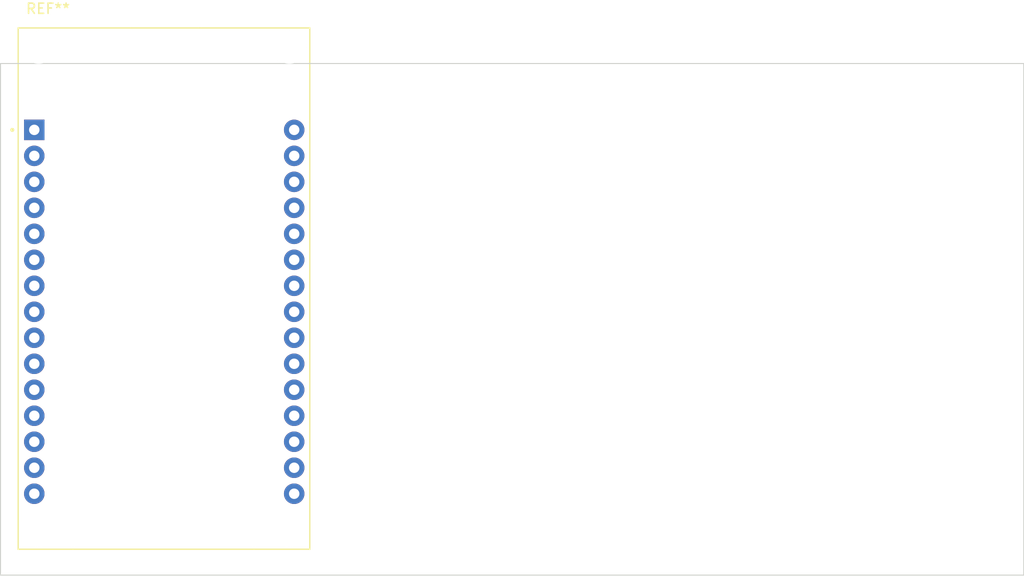
<source format=kicad_pcb>
(kicad_pcb (version 20221018) (generator pcbnew)
  (title_block (title "2000 Saab 9-5 Rear LED Enabler") (date "2023-12-31") (rev "0"))
  (layers (0 "F.Cu" signal) (31 "B.Cu" signal) (34 "B.Paste" user) (35 "F.Paste" user) (36 "B.SilkS" user "B.Silkscreen") (37 "F.SilkS" user "F.Silkscreen") (38 "B.Mask" user) (39 "F.Mask" user) (44 "Edge.Cuts" user))
  (net 0 "")
  (footprint "czabel_personal:ESP32_DEVKIT_V1_30PIN" (layer "F.Cu") (at 106 102)
    (fp_text reference "REF**" (at -11.355 -27.36) (layer "F.SilkS"))
    (fp_text value "ESP32_DEVKIT_V1_30PIN")
    (fp_line (start -14.28 -25.475) (end -3.211 -25.475) (stroke (width 0.127)) (layer "F.SilkS"))
    (fp_line (start -14.28 -25.475) (end 14.23 -25.475) (stroke (width 0.127)) (layer "F.SilkS"))
    (fp_line (start -14.28 25.475) (end -14.28 -25.475) (stroke (width 0.127)) (layer "F.SilkS"))
    (fp_line (start -14.28 25.475) (end -14.28 -25.475) (stroke (width 0.127)) (layer "F.SilkS"))
    (fp_line (start -14.28 25.475) (end -8.91 25.475) (stroke (width 0.127)) (layer "F.SilkS"))
    (fp_line (start -8.91 25.475) (end 8.78 25.475) (stroke (width 0.127)) (layer "F.SilkS"))
    (fp_line (start -3.211 -25.475) (end 3.5 -25.475) (stroke (width 0.127)) (layer "F.SilkS"))
    (fp_line (start 3.5 -25.475) (end 14.23 -25.475) (stroke (width 0.127)) (layer "F.SilkS"))
    (fp_line (start 8.78 25.475) (end 14.23 25.475) (stroke (width 0.127)) (layer "F.SilkS"))
    (fp_line (start 14.23 -25.475) (end 14.23 25.475) (stroke (width 0.127)) (layer "F.SilkS"))
    (fp_line (start 14.23 -25.475) (end 14.23 25.475) (stroke (width 0.127)) (layer "F.SilkS"))
    (fp_line (start 14.23 25.475) (end -14.28 25.475) (stroke (width 0.127)) (layer "F.SilkS"))
    (fp_circle (center -14.85 -15.515) (end -14.75 -15.515) (stroke (width 0.2)) (fill none) (layer "F.SilkS"))
    (pad "" np_thru_hole circle (at -12.28 -23.475) (size 3 3) (drill 3) (layers "*.Cu" "*.Mask"))
    (pad "" np_thru_hole circle (at -12.28 23.475) (size 3 3) (drill 3) (layers "*.Cu" "*.Mask"))
    (pad "" np_thru_hole circle (at 12.23 -23.475) (size 3 3) (drill 3) (layers "*.Cu" "*.Mask"))
    (pad "" np_thru_hole circle (at 12.23 23.475) (size 3 3) (drill 3) (layers "*.Cu" "*.Mask"))
    (pad "1" thru_hole rect (at -12.7 -15.515) (size 2 2) (drill 1.02) (layers "*.Cu" "*.Mask"))
    (pad "2" thru_hole circle (at -12.7 -12.975) (size 2 2) (drill 1.02) (layers "*.Cu" "*.Mask"))
    (pad "3" thru_hole circle (at -12.7 -10.435) (size 2 2) (drill 1.02) (layers "*.Cu" "*.Mask"))
    (pad "4" thru_hole circle (at -12.7 -7.895) (size 2 2) (drill 1.02) (layers "*.Cu" "*.Mask"))
    (pad "5" thru_hole circle (at -12.7 -5.355) (size 2 2) (drill 1.02) (layers "*.Cu" "*.Mask"))
    (pad "6" thru_hole circle (at -12.7 -2.815) (size 2 2) (drill 1.02) (layers "*.Cu" "*.Mask"))
    (pad "7" thru_hole circle (at -12.7 -0.275) (size 2 2) (drill 1.02) (layers "*.Cu" "*.Mask"))
    (pad "8" thru_hole circle (at -12.7 2.265) (size 2 2) (drill 1.02) (layers "*.Cu" "*.Mask"))
    (pad "9" thru_hole circle (at -12.7 4.805) (size 2 2) (drill 1.02) (layers "*.Cu" "*.Mask"))
    (pad "10" thru_hole circle (at -12.7 7.345) (size 2 2) (drill 1.02) (layers "*.Cu" "*.Mask"))
    (pad "11" thru_hole circle (at -12.7 9.885) (size 2 2) (drill 1.02) (layers "*.Cu" "*.Mask"))
    (pad "12" thru_hole circle (at -12.7 12.425) (size 2 2) (drill 1.02) (layers "*.Cu" "*.Mask"))
    (pad "13" thru_hole circle (at -12.7 14.965) (size 2 2) (drill 1.02) (layers "*.Cu" "*.Mask"))
    (pad "14" thru_hole circle (at -12.7 17.505) (size 2 2) (drill 1.02) (layers "*.Cu" "*.Mask"))
    (pad "15" thru_hole circle (at -12.7 20.045) (size 2 2) (drill 1.02) (layers "*.Cu" "*.Mask"))
    (pad "16" thru_hole circle (at 12.7 20.045) (size 2 2) (drill 1.02) (layers "*.Cu" "*.Mask"))
    (pad "17" thru_hole circle (at 12.7 17.505) (size 2 2) (drill 1.02) (layers "*.Cu" "*.Mask"))
    (pad "18" thru_hole circle (at 12.7 14.965) (size 2 2) (drill 1.02) (layers "*.Cu" "*.Mask"))
    (pad "19" thru_hole circle (at 12.7 12.425) (size 2 2) (drill 1.02) (layers "*.Cu" "*.Mask"))
    (pad "20" thru_hole circle (at 12.7 9.885) (size 2 2) (drill 1.02) (layers "*.Cu" "*.Mask"))
    (pad "21" thru_hole circle (at 12.7 7.345) (size 2 2) (drill 1.02) (layers "*.Cu" "*.Mask"))
    (pad "22" thru_hole circle (at 12.7 4.805) (size 2 2) (drill 1.02) (layers "*.Cu" "*.Mask"))
    (pad "23" thru_hole circle (at 12.7 2.265) (size 2 2) (drill 1.02) (layers "*.Cu" "*.Mask"))
    (pad "24" thru_hole circle (at 12.7 -0.275) (size 2 2) (drill 1.02) (layers "*.Cu" "*.Mask"))
    (pad "25" thru_hole circle (at 12.7 -2.815) (size 2 2) (drill 1.02) (layers "*.Cu" "*.Mask"))
    (pad "26" thru_hole circle (at 12.7 -5.355) (size 2 2) (drill 1.02) (layers "*.Cu" "*.Mask"))
    (pad "27" thru_hole circle (at 12.7 -7.895) (size 2 2) (drill 1.02) (layers "*.Cu" "*.Mask"))
    (pad "28" thru_hole circle (at 12.7 -10.435) (size 2 2) (drill 1.02) (layers "*.Cu" "*.Mask"))
    (pad "29" thru_hole circle (at 12.7 -12.975) (size 2 2) (drill 1.02) (layers "*.Cu" "*.Mask"))
    (pad "30" thru_hole circle (at 12.7 -15.515) (size 2 2) (drill 1.02) (layers "*.Cu" "*.Mask"))
  )
  (gr_rect (start 90 80) (end 190 130) (stroke (width 0.1)) (fill none) (layer "Edge.Cuts"))
)
</source>
